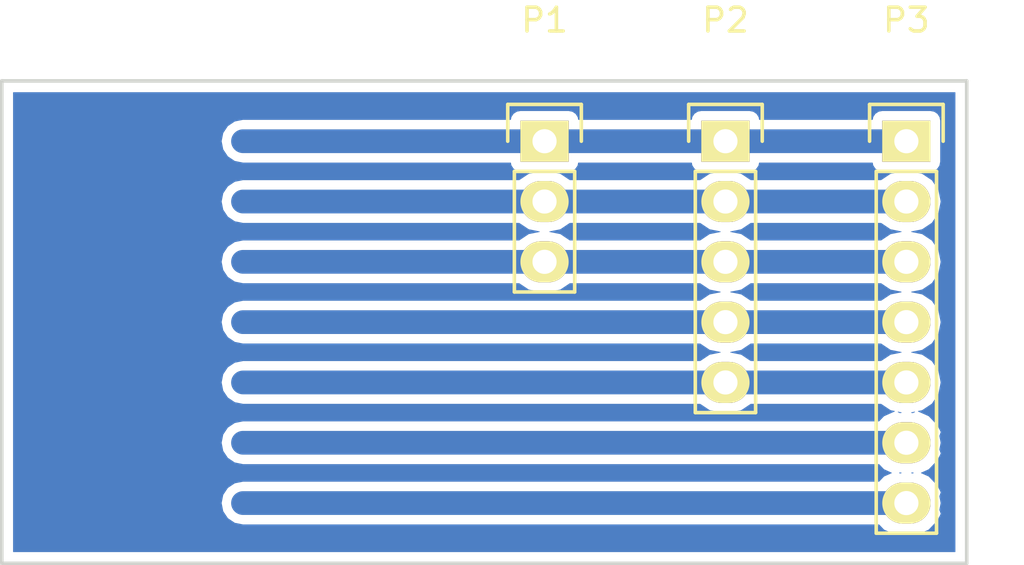
<source format=kicad_pcb>
(kicad_pcb (version 4) (host pcbnew 4.0.3-stable)

  (general
    (links 8)
    (no_connects 0)
    (area 116.764999 77.745 159.973334 101.675001)
    (thickness 1.6)
    (drawings 4)
    (tracks 15)
    (zones 0)
    (modules 3)
    (nets 6)
  )

  (page A4)
  (layers
    (0 F.Cu signal)
    (31 B.Cu signal)
    (32 B.Adhes user)
    (33 F.Adhes user)
    (34 B.Paste user)
    (35 F.Paste user)
    (36 B.SilkS user)
    (37 F.SilkS user)
    (38 B.Mask user)
    (39 F.Mask user)
    (40 Dwgs.User user)
    (41 Cmts.User user)
    (42 Eco1.User user)
    (43 Eco2.User user)
    (44 Edge.Cuts user)
    (45 Margin user)
    (46 B.CrtYd user)
    (47 F.CrtYd user)
    (48 B.Fab user)
    (49 F.Fab user)
  )

  (setup
    (last_trace_width 1)
    (user_trace_width 0.5)
    (user_trace_width 1)
    (trace_clearance 0.2)
    (zone_clearance 0.4)
    (zone_45_only no)
    (trace_min 0.2)
    (segment_width 0.2)
    (edge_width 0.15)
    (via_size 0.6)
    (via_drill 0.4)
    (via_min_size 0.4)
    (via_min_drill 0.3)
    (user_via 1.2 0.8)
    (uvia_size 0.3)
    (uvia_drill 0.1)
    (uvias_allowed no)
    (uvia_min_size 0.2)
    (uvia_min_drill 0.1)
    (pcb_text_width 0.3)
    (pcb_text_size 1.5 1.5)
    (mod_edge_width 0.15)
    (mod_text_size 1 1)
    (mod_text_width 0.15)
    (pad_size 1.524 1.524)
    (pad_drill 0.762)
    (pad_to_mask_clearance 0.2)
    (aux_axis_origin 0 0)
    (visible_elements 7FFFFFFF)
    (pcbplotparams
      (layerselection 0x01000_80000000)
      (usegerberextensions false)
      (excludeedgelayer true)
      (linewidth 0.100000)
      (plotframeref false)
      (viasonmask false)
      (mode 1)
      (useauxorigin false)
      (hpglpennumber 1)
      (hpglpenspeed 20)
      (hpglpendiameter 15)
      (hpglpenoverlay 2)
      (psnegative false)
      (psa4output false)
      (plotreference true)
      (plotvalue true)
      (plotinvisibletext false)
      (padsonsilk false)
      (subtractmaskfromsilk false)
      (outputformat 1)
      (mirror false)
      (drillshape 0)
      (scaleselection 1)
      (outputdirectory ""))
  )

  (net 0 "")
  (net 1 "Net-(P1-Pad1)")
  (net 2 "Net-(P1-Pad2)")
  (net 3 "Net-(P1-Pad3)")
  (net 4 "Net-(P2-Pad4)")
  (net 5 "Net-(P2-Pad5)")

  (net_class Default "これは標準のネット クラスです。"
    (clearance 0.2)
    (trace_width 0.25)
    (via_dia 0.6)
    (via_drill 0.4)
    (uvia_dia 0.3)
    (uvia_drill 0.1)
    (add_net "Net-(P1-Pad1)")
    (add_net "Net-(P1-Pad2)")
    (add_net "Net-(P1-Pad3)")
    (add_net "Net-(P2-Pad4)")
    (add_net "Net-(P2-Pad5)")
  )

  (module Pin_Headers:Pin_Header_Straight_1x03 (layer F.Cu) (tedit 0) (tstamp 57BA8656)
    (at 139.7 83.82)
    (descr "Through hole pin header")
    (tags "pin header")
    (path /57BA86A1)
    (fp_text reference P1 (at 0 -5.1) (layer F.SilkS)
      (effects (font (size 1 1) (thickness 0.15)))
    )
    (fp_text value CONN_01X03 (at 0 -3.1) (layer F.Fab)
      (effects (font (size 1 1) (thickness 0.15)))
    )
    (fp_line (start -1.75 -1.75) (end -1.75 6.85) (layer F.CrtYd) (width 0.05))
    (fp_line (start 1.75 -1.75) (end 1.75 6.85) (layer F.CrtYd) (width 0.05))
    (fp_line (start -1.75 -1.75) (end 1.75 -1.75) (layer F.CrtYd) (width 0.05))
    (fp_line (start -1.75 6.85) (end 1.75 6.85) (layer F.CrtYd) (width 0.05))
    (fp_line (start -1.27 1.27) (end -1.27 6.35) (layer F.SilkS) (width 0.15))
    (fp_line (start -1.27 6.35) (end 1.27 6.35) (layer F.SilkS) (width 0.15))
    (fp_line (start 1.27 6.35) (end 1.27 1.27) (layer F.SilkS) (width 0.15))
    (fp_line (start 1.55 -1.55) (end 1.55 0) (layer F.SilkS) (width 0.15))
    (fp_line (start 1.27 1.27) (end -1.27 1.27) (layer F.SilkS) (width 0.15))
    (fp_line (start -1.55 0) (end -1.55 -1.55) (layer F.SilkS) (width 0.15))
    (fp_line (start -1.55 -1.55) (end 1.55 -1.55) (layer F.SilkS) (width 0.15))
    (pad 1 thru_hole rect (at 0 0) (size 2.032 1.7272) (drill 1.016) (layers *.Cu *.Mask F.SilkS)
      (net 1 "Net-(P1-Pad1)"))
    (pad 2 thru_hole oval (at 0 2.54) (size 2.032 1.7272) (drill 1.016) (layers *.Cu *.Mask F.SilkS)
      (net 2 "Net-(P1-Pad2)"))
    (pad 3 thru_hole oval (at 0 5.08) (size 2.032 1.7272) (drill 1.016) (layers *.Cu *.Mask F.SilkS)
      (net 3 "Net-(P1-Pad3)"))
    (model Pin_Headers.3dshapes/Pin_Header_Straight_1x03.wrl
      (at (xyz 0 -0.1 0))
      (scale (xyz 1 1 1))
      (rotate (xyz 0 0 90))
    )
  )

  (module Pin_Headers:Pin_Header_Straight_1x05 (layer F.Cu) (tedit 54EA0684) (tstamp 57BA865F)
    (at 147.32 83.82)
    (descr "Through hole pin header")
    (tags "pin header")
    (path /57BA8650)
    (fp_text reference P2 (at 0 -5.1) (layer F.SilkS)
      (effects (font (size 1 1) (thickness 0.15)))
    )
    (fp_text value CONN_01X05 (at 0 -3.1) (layer F.Fab)
      (effects (font (size 1 1) (thickness 0.15)))
    )
    (fp_line (start -1.55 0) (end -1.55 -1.55) (layer F.SilkS) (width 0.15))
    (fp_line (start -1.55 -1.55) (end 1.55 -1.55) (layer F.SilkS) (width 0.15))
    (fp_line (start 1.55 -1.55) (end 1.55 0) (layer F.SilkS) (width 0.15))
    (fp_line (start -1.75 -1.75) (end -1.75 11.95) (layer F.CrtYd) (width 0.05))
    (fp_line (start 1.75 -1.75) (end 1.75 11.95) (layer F.CrtYd) (width 0.05))
    (fp_line (start -1.75 -1.75) (end 1.75 -1.75) (layer F.CrtYd) (width 0.05))
    (fp_line (start -1.75 11.95) (end 1.75 11.95) (layer F.CrtYd) (width 0.05))
    (fp_line (start 1.27 1.27) (end 1.27 11.43) (layer F.SilkS) (width 0.15))
    (fp_line (start 1.27 11.43) (end -1.27 11.43) (layer F.SilkS) (width 0.15))
    (fp_line (start -1.27 11.43) (end -1.27 1.27) (layer F.SilkS) (width 0.15))
    (fp_line (start 1.27 1.27) (end -1.27 1.27) (layer F.SilkS) (width 0.15))
    (pad 1 thru_hole rect (at 0 0) (size 2.032 1.7272) (drill 1.016) (layers *.Cu *.Mask F.SilkS)
      (net 1 "Net-(P1-Pad1)"))
    (pad 2 thru_hole oval (at 0 2.54) (size 2.032 1.7272) (drill 1.016) (layers *.Cu *.Mask F.SilkS)
      (net 2 "Net-(P1-Pad2)"))
    (pad 3 thru_hole oval (at 0 5.08) (size 2.032 1.7272) (drill 1.016) (layers *.Cu *.Mask F.SilkS)
      (net 3 "Net-(P1-Pad3)"))
    (pad 4 thru_hole oval (at 0 7.62) (size 2.032 1.7272) (drill 1.016) (layers *.Cu *.Mask F.SilkS)
      (net 4 "Net-(P2-Pad4)"))
    (pad 5 thru_hole oval (at 0 10.16) (size 2.032 1.7272) (drill 1.016) (layers *.Cu *.Mask F.SilkS)
      (net 5 "Net-(P2-Pad5)"))
    (model Pin_Headers.3dshapes/Pin_Header_Straight_1x05.wrl
      (at (xyz 0 -0.2 0))
      (scale (xyz 1 1 1))
      (rotate (xyz 0 0 90))
    )
  )

  (module Pin_Headers:Pin_Header_Straight_1x07 (layer F.Cu) (tedit 0) (tstamp 57BA866A)
    (at 154.94 83.82)
    (descr "Through hole pin header")
    (tags "pin header")
    (path /57BA85EA)
    (fp_text reference P3 (at 0 -5.1) (layer F.SilkS)
      (effects (font (size 1 1) (thickness 0.15)))
    )
    (fp_text value CONN_01X07 (at 0 -3.1) (layer F.Fab)
      (effects (font (size 1 1) (thickness 0.15)))
    )
    (fp_line (start -1.75 -1.75) (end -1.75 17) (layer F.CrtYd) (width 0.05))
    (fp_line (start 1.75 -1.75) (end 1.75 17) (layer F.CrtYd) (width 0.05))
    (fp_line (start -1.75 -1.75) (end 1.75 -1.75) (layer F.CrtYd) (width 0.05))
    (fp_line (start -1.75 17) (end 1.75 17) (layer F.CrtYd) (width 0.05))
    (fp_line (start 1.27 1.27) (end 1.27 16.51) (layer F.SilkS) (width 0.15))
    (fp_line (start 1.27 16.51) (end -1.27 16.51) (layer F.SilkS) (width 0.15))
    (fp_line (start -1.27 16.51) (end -1.27 1.27) (layer F.SilkS) (width 0.15))
    (fp_line (start 1.55 -1.55) (end 1.55 0) (layer F.SilkS) (width 0.15))
    (fp_line (start 1.27 1.27) (end -1.27 1.27) (layer F.SilkS) (width 0.15))
    (fp_line (start -1.55 0) (end -1.55 -1.55) (layer F.SilkS) (width 0.15))
    (fp_line (start -1.55 -1.55) (end 1.55 -1.55) (layer F.SilkS) (width 0.15))
    (pad 1 thru_hole rect (at 0 0) (size 2.032 1.7272) (drill 1.016) (layers *.Cu *.Mask F.SilkS)
      (net 1 "Net-(P1-Pad1)"))
    (pad 2 thru_hole oval (at 0 2.54) (size 2.032 1.7272) (drill 1.016) (layers *.Cu *.Mask F.SilkS)
      (net 2 "Net-(P1-Pad2)"))
    (pad 3 thru_hole oval (at 0 5.08) (size 2.032 1.7272) (drill 1.016) (layers *.Cu *.Mask F.SilkS)
      (net 3 "Net-(P1-Pad3)"))
    (pad 4 thru_hole oval (at 0 7.62) (size 2.032 1.7272) (drill 1.016) (layers *.Cu *.Mask F.SilkS)
      (net 4 "Net-(P2-Pad4)"))
    (pad 5 thru_hole oval (at 0 10.16) (size 2.032 1.7272) (drill 1.016) (layers *.Cu *.Mask F.SilkS)
      (net 5 "Net-(P2-Pad5)"))
    (pad 6 thru_hole oval (at 0 12.7) (size 2.032 1.7272) (drill 1.016) (layers *.Cu *.Mask F.SilkS))
    (pad 7 thru_hole oval (at 0 15.24) (size 2.032 1.7272) (drill 1.016) (layers *.Cu *.Mask F.SilkS))
    (model Pin_Headers.3dshapes/Pin_Header_Straight_1x07.wrl
      (at (xyz 0 -0.3 0))
      (scale (xyz 1 1 1))
      (rotate (xyz 0 0 90))
    )
  )

  (gr_line (start 157.48 101.6) (end 157.48 81.28) (angle 90) (layer Edge.Cuts) (width 0.15))
  (gr_line (start 116.84 101.6) (end 157.48 101.6) (angle 90) (layer Edge.Cuts) (width 0.15))
  (gr_line (start 116.84 81.28) (end 116.84 101.6) (angle 90) (layer Edge.Cuts) (width 0.15))
  (gr_line (start 157.48 81.28) (end 116.84 81.28) (angle 90) (layer Edge.Cuts) (width 0.15))

  (segment (start 154.94 96.52) (end 127 96.52) (width 1) (layer B.Cu) (net 0) (status 400000))
  (segment (start 154.94 99.06) (end 127 99.06) (width 1) (layer B.Cu) (net 0) (status 400000))
  (segment (start 139.7 83.82) (end 127 83.82) (width 1) (layer B.Cu) (net 1) (status 400000))
  (segment (start 147.32 83.82) (end 139.7 83.82) (width 1) (layer B.Cu) (net 1) (status C00000))
  (segment (start 154.94 83.82) (end 147.32 83.82) (width 1) (layer B.Cu) (net 1) (status C00000))
  (segment (start 139.7 86.36) (end 127 86.36) (width 1) (layer B.Cu) (net 2) (status 400000))
  (segment (start 147.32 86.36) (end 154.94 86.36) (width 1) (layer B.Cu) (net 2) (status C00000))
  (segment (start 139.7 86.36) (end 147.32 86.36) (width 1) (layer B.Cu) (net 2) (status C00000))
  (segment (start 139.7 88.9) (end 127 88.9) (width 1) (layer B.Cu) (net 3) (status 400000))
  (segment (start 147.32 88.9) (end 139.7 88.9) (width 1) (layer B.Cu) (net 3) (status C00000))
  (segment (start 154.94 88.9) (end 147.32 88.9) (width 1) (layer B.Cu) (net 3) (status C00000))
  (segment (start 147.32 91.44) (end 127 91.44) (width 1) (layer B.Cu) (net 4) (status 400000))
  (segment (start 147.32 91.44) (end 154.94 91.44) (width 1) (layer B.Cu) (net 4) (status C00000))
  (segment (start 147.32 93.98) (end 127 93.98) (width 1) (layer B.Cu) (net 5) (status 400000))
  (segment (start 154.94 93.98) (end 147.32 93.98) (width 1) (layer B.Cu) (net 5) (status C00000))

  (zone (net 0) (net_name "") (layer B.Cu) (tstamp 57BA86B5) (hatch edge 0.508)
    (connect_pads (clearance 0.4))
    (min_thickness 0.026)
    (fill yes (arc_segments 16) (thermal_gap 0.508) (thermal_bridge_width 0.508))
    (polygon
      (pts
        (xy 157.48 101.6) (xy 116.84 101.6) (xy 116.84 81.28) (xy 157.48 81.28)
      )
    )
    (filled_polygon
      (pts
        (xy 156.992 101.112) (xy 117.328 101.112) (xy 117.328 83.82) (xy 126.087 83.82) (xy 126.156498 84.16939)
        (xy 126.354412 84.465588) (xy 126.65061 84.663502) (xy 127 84.733) (xy 138.272204 84.733) (xy 138.291707 84.836649)
        (xy 138.382159 84.977214) (xy 138.520172 85.071515) (xy 138.684 85.104691) (xy 139.412566 85.104691) (xy 139.03107 85.180575)
        (xy 138.632337 85.447) (xy 127 85.447) (xy 126.65061 85.516498) (xy 126.354412 85.714412) (xy 126.156498 86.01061)
        (xy 126.087 86.36) (xy 126.156498 86.70939) (xy 126.354412 87.005588) (xy 126.65061 87.203502) (xy 127 87.273)
        (xy 138.632337 87.273) (xy 139.03107 87.539425) (xy 139.486423 87.63) (xy 139.03107 87.720575) (xy 138.632337 87.987)
        (xy 127 87.987) (xy 126.65061 88.056498) (xy 126.354412 88.254412) (xy 126.156498 88.55061) (xy 126.087 88.9)
        (xy 126.156498 89.24939) (xy 126.354412 89.545588) (xy 126.65061 89.743502) (xy 127 89.813) (xy 138.632337 89.813)
        (xy 139.03107 90.079425) (xy 139.519604 90.1766) (xy 139.880396 90.1766) (xy 140.36893 90.079425) (xy 140.767663 89.813)
        (xy 146.252337 89.813) (xy 146.65107 90.079425) (xy 147.106423 90.17) (xy 146.65107 90.260575) (xy 146.252337 90.527)
        (xy 127 90.527) (xy 126.65061 90.596498) (xy 126.354412 90.794412) (xy 126.156498 91.09061) (xy 126.087 91.44)
        (xy 126.156498 91.78939) (xy 126.354412 92.085588) (xy 126.65061 92.283502) (xy 127 92.353) (xy 146.252337 92.353)
        (xy 146.65107 92.619425) (xy 147.106423 92.71) (xy 146.65107 92.800575) (xy 146.252337 93.067) (xy 127 93.067)
        (xy 126.65061 93.136498) (xy 126.354412 93.334412) (xy 126.156498 93.63061) (xy 126.087 93.98) (xy 126.156498 94.32939)
        (xy 126.354412 94.625588) (xy 126.65061 94.823502) (xy 127 94.893) (xy 146.252337 94.893) (xy 146.65107 95.159425)
        (xy 147.139604 95.2566) (xy 147.500396 95.2566) (xy 147.98893 95.159425) (xy 148.387663 94.893) (xy 153.872337 94.893)
        (xy 154.27107 95.159425) (xy 154.441164 95.193259) (xy 153.992641 95.392315) (xy 153.788427 95.607) (xy 127 95.607)
        (xy 126.65061 95.676498) (xy 126.354412 95.874412) (xy 126.156498 96.17061) (xy 126.087 96.52) (xy 126.156498 96.86939)
        (xy 126.354412 97.165588) (xy 126.65061 97.363502) (xy 127 97.433) (xy 153.788427 97.433) (xy 153.992641 97.647685)
        (xy 154.313311 97.79) (xy 153.992641 97.932315) (xy 153.788427 98.147) (xy 127 98.147) (xy 126.65061 98.216498)
        (xy 126.354412 98.414412) (xy 126.156498 98.71061) (xy 126.087 99.06) (xy 126.156498 99.40939) (xy 126.354412 99.705588)
        (xy 126.65061 99.903502) (xy 127 99.973) (xy 153.788427 99.973) (xy 153.992641 100.187685) (xy 154.4847 100.406063)
        (xy 154.671968 100.319168) (xy 154.759604 100.3366) (xy 155.120396 100.3366) (xy 155.208032 100.319168) (xy 155.3953 100.406063)
        (xy 155.887359 100.187685) (xy 156.258393 99.797627) (xy 156.401378 99.511326) (xy 156.340094 99.346069) (xy 156.396996 99.06)
        (xy 156.340094 98.773931) (xy 156.401378 98.608674) (xy 156.258393 98.322373) (xy 155.887359 97.932315) (xy 155.566689 97.79)
        (xy 155.887359 97.647685) (xy 156.258393 97.257627) (xy 156.401378 96.971326) (xy 156.340094 96.806069) (xy 156.396996 96.52)
        (xy 156.340094 96.233931) (xy 156.401378 96.068674) (xy 156.258393 95.782373) (xy 155.887359 95.392315) (xy 155.438836 95.193259)
        (xy 155.60893 95.159425) (xy 156.023089 94.882693) (xy 156.299821 94.468534) (xy 156.396996 93.98) (xy 156.299821 93.491466)
        (xy 156.023089 93.077307) (xy 155.60893 92.800575) (xy 155.153577 92.71) (xy 155.60893 92.619425) (xy 156.023089 92.342693)
        (xy 156.299821 91.928534) (xy 156.396996 91.44) (xy 156.299821 90.951466) (xy 156.023089 90.537307) (xy 155.60893 90.260575)
        (xy 155.153577 90.17) (xy 155.60893 90.079425) (xy 156.023089 89.802693) (xy 156.299821 89.388534) (xy 156.396996 88.9)
        (xy 156.299821 88.411466) (xy 156.023089 87.997307) (xy 155.60893 87.720575) (xy 155.153577 87.63) (xy 155.60893 87.539425)
        (xy 156.023089 87.262693) (xy 156.299821 86.848534) (xy 156.396996 86.36) (xy 156.299821 85.871466) (xy 156.023089 85.457307)
        (xy 155.60893 85.180575) (xy 155.227434 85.104691) (xy 155.956 85.104691) (xy 156.109049 85.075893) (xy 156.249614 84.985441)
        (xy 156.343915 84.847428) (xy 156.377091 84.6836) (xy 156.377091 82.9564) (xy 156.348293 82.803351) (xy 156.257841 82.662786)
        (xy 156.119828 82.568485) (xy 155.956 82.535309) (xy 153.924 82.535309) (xy 153.770951 82.564107) (xy 153.630386 82.654559)
        (xy 153.536085 82.792572) (xy 153.512913 82.907) (xy 148.747796 82.907) (xy 148.728293 82.803351) (xy 148.637841 82.662786)
        (xy 148.499828 82.568485) (xy 148.336 82.535309) (xy 146.304 82.535309) (xy 146.150951 82.564107) (xy 146.010386 82.654559)
        (xy 145.916085 82.792572) (xy 145.892913 82.907) (xy 141.127796 82.907) (xy 141.108293 82.803351) (xy 141.017841 82.662786)
        (xy 140.879828 82.568485) (xy 140.716 82.535309) (xy 138.684 82.535309) (xy 138.530951 82.564107) (xy 138.390386 82.654559)
        (xy 138.296085 82.792572) (xy 138.272913 82.907) (xy 127 82.907) (xy 126.65061 82.976498) (xy 126.354412 83.174412)
        (xy 126.156498 83.47061) (xy 126.087 83.82) (xy 117.328 83.82) (xy 117.328 81.768) (xy 156.992 81.768)
      )
    )
    (filled_polygon
      (pts
        (xy 154.726423 97.79) (xy 154.671968 97.800832) (xy 154.648624 97.79) (xy 154.671968 97.779168)
      )
    )
    (filled_polygon
      (pts
        (xy 155.231376 97.79) (xy 155.208032 97.800832) (xy 155.153577 97.79) (xy 155.208032 97.779168)
      )
    )
    (filled_polygon
      (pts
        (xy 154.726423 95.25) (xy 154.671968 95.260832) (xy 154.59025 95.222914)
      )
    )
    (filled_polygon
      (pts
        (xy 155.208032 95.260832) (xy 155.153577 95.25) (xy 155.28975 95.222914)
      )
    )
    (filled_polygon
      (pts
        (xy 154.27107 92.619425) (xy 154.726423 92.71) (xy 154.27107 92.800575) (xy 153.872337 93.067) (xy 148.387663 93.067)
        (xy 147.98893 92.800575) (xy 147.533577 92.71) (xy 147.98893 92.619425) (xy 148.387663 92.353) (xy 153.872337 92.353)
      )
    )
    (filled_polygon
      (pts
        (xy 154.27107 90.079425) (xy 154.726423 90.17) (xy 154.27107 90.260575) (xy 153.872337 90.527) (xy 148.387663 90.527)
        (xy 147.98893 90.260575) (xy 147.533577 90.17) (xy 147.98893 90.079425) (xy 148.387663 89.813) (xy 153.872337 89.813)
      )
    )
    (filled_polygon
      (pts
        (xy 154.27107 87.539425) (xy 154.726423 87.63) (xy 154.27107 87.720575) (xy 153.872337 87.987) (xy 148.387663 87.987)
        (xy 147.98893 87.720575) (xy 147.533577 87.63) (xy 147.98893 87.539425) (xy 148.387663 87.273) (xy 153.872337 87.273)
      )
    )
    (filled_polygon
      (pts
        (xy 146.65107 87.539425) (xy 147.106423 87.63) (xy 146.65107 87.720575) (xy 146.252337 87.987) (xy 140.767663 87.987)
        (xy 140.36893 87.720575) (xy 139.913577 87.63) (xy 140.36893 87.539425) (xy 140.767663 87.273) (xy 146.252337 87.273)
      )
    )
    (filled_polygon
      (pts
        (xy 153.531707 84.836649) (xy 153.622159 84.977214) (xy 153.760172 85.071515) (xy 153.924 85.104691) (xy 154.652566 85.104691)
        (xy 154.27107 85.180575) (xy 153.872337 85.447) (xy 148.387663 85.447) (xy 147.98893 85.180575) (xy 147.607434 85.104691)
        (xy 148.336 85.104691) (xy 148.489049 85.075893) (xy 148.629614 84.985441) (xy 148.723915 84.847428) (xy 148.747087 84.733)
        (xy 153.512204 84.733)
      )
    )
    (filled_polygon
      (pts
        (xy 145.911707 84.836649) (xy 146.002159 84.977214) (xy 146.140172 85.071515) (xy 146.304 85.104691) (xy 147.032566 85.104691)
        (xy 146.65107 85.180575) (xy 146.252337 85.447) (xy 140.767663 85.447) (xy 140.36893 85.180575) (xy 139.987434 85.104691)
        (xy 140.716 85.104691) (xy 140.869049 85.075893) (xy 141.009614 84.985441) (xy 141.103915 84.847428) (xy 141.127087 84.733)
        (xy 145.892204 84.733)
      )
    )
  )
)

</source>
